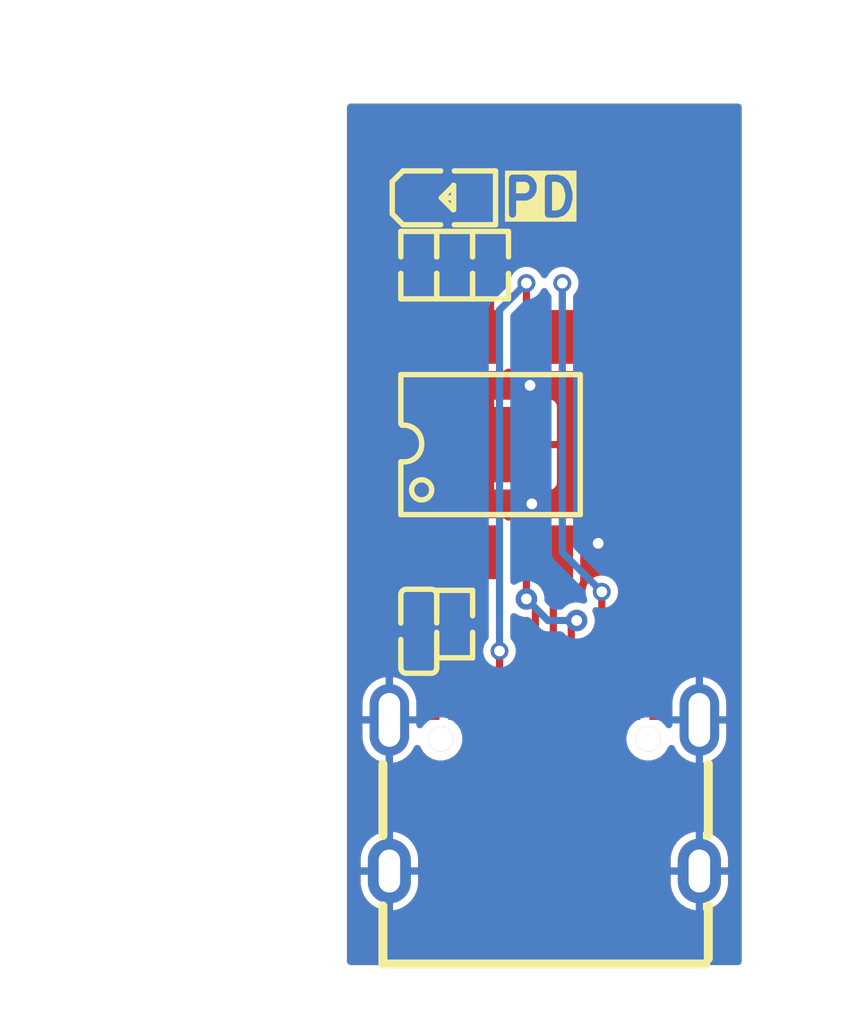
<source format=kicad_pcb>
(kicad_pcb (version 20241229) (generator "pcbnew") (generator_version "9.0")
  (layers (0 "F.Cu" signal) (2 "B.Cu" signal) (13 "F.Paste" user) (15 "B.Paste" user) (5 "F.SilkS" user "F.Silkscreen") (7 "B.SilkS" user "B.Silkscreen") (1 "F.Mask" user) (3 "B.Mask" user) (25 "Edge.Cuts" user))
  (net 0 "")
  (net 1 "pd_trigger.controller-line-1")
  (net 2 "pd_trigger.controller-line")
  (net 3 "pd_trigger-line-1")
  (net 4 "hv")
  (net 5 "pd_trigger-line")
  (net 6 "line-1")
  (net 7 "line-3")
  (net 8 "line-2")
  (net 9 "gnd")
  (net 10 "line-4")
  (net 11 "line-5")
  (net 12 "line")
  (net 13 "net")
  (net 14 "pd_trigger-gnd")
  (net 15 "anode")
  (net 16 "cathode")
  (footprint "UNI_ROYAL_0402WGF1002TCE:R0402" (layer "F.Cu") (at -2.5 -14.5 90)
    (property "Reference" "R4" (hide yes))
    (property "Value" "10kΩ ±1% 62.5mW")
    (fp_line (start 0.94 -0.5) (end 0.23 -0.5) (stroke (width 0.15)) (layer "F.SilkS"))
    (fp_line (start -0.94 -0.5) (end -0.23 -0.5) (stroke (width 0.15)) (layer "F.SilkS"))
    (fp_line (start 0.94 0.5) (end 0.94 -0.5) (stroke (width 0.15)) (layer "F.SilkS"))
    (fp_line (start 0.23 0.5) (end 0.94 0.5) (stroke (width 0.15)) (layer "F.SilkS"))
    (fp_line (start -0.23 0.5) (end -0.94 0.5) (stroke (width 0.15)) (layer "F.SilkS"))
    (fp_line (start -0.94 0.5) (end -0.94 -0.5) (stroke (width 0.15)) (layer "F.SilkS"))
    (pad "1" smd rect (at -0.43 0 90) (size 0.57 0.54) (layers "F.Cu" "F.Mask" "F.Paste") (net 5 "pd_trigger-line"))
    (pad "2" smd rect (at 0.43 0 90) (size 0.57 0.54) (layers "F.Cu" "F.Mask" "F.Paste") (net 9 "gnd"))
  )
  (footprint "UNI_ROYAL_0402WGF1002TCE:R0402" (layer "F.Cu") (at -3.5 -14.5 -90)
    (property "Reference" "R1" (hide yes))
    (property "Value" "10kΩ ±1% 62.5mW")
    (fp_line (start -0.94 0.5) (end -0.94 -0.5) (stroke (width 0.15)) (layer "F.SilkS"))
    (fp_line (start -0.23 0.5) (end -0.94 0.5) (stroke (width 0.15)) (layer "F.SilkS"))
    (fp_line (start 0.23 0.5) (end 0.94 0.5) (stroke (width 0.15)) (layer "F.SilkS"))
    (fp_line (start 0.94 0.5) (end 0.94 -0.5) (stroke (width 0.15)) (layer "F.SilkS"))
    (fp_line (start -0.94 -0.5) (end -0.23 -0.5) (stroke (width 0.15)) (layer "F.SilkS"))
    (fp_line (start 0.94 -0.5) (end 0.23 -0.5) (stroke (width 0.15)) (layer "F.SilkS"))
    (pad "1" smd rect (at -0.43 0 270) (size 0.57 0.54) (layers "F.Cu" "F.Mask" "F.Paste") (net 16 "cathode"))
    (pad "2" smd rect (at 0.43 0 270) (size 0.57 0.54) (layers "F.Cu" "F.Mask" "F.Paste") (net 14 "pd_trigger-gnd"))
  )
  (footprint "UNI_ROYAL_0402WGF1001TCE:R0402" (layer "F.Cu") (at -2.5 -4.5 90)
    (property "Reference" "R3" (hide yes))
    (property "Value" "1kΩ ±1% 62.5mW")
    (fp_line (start 0.94 -0.5) (end 0.23 -0.5) (stroke (width 0.15)) (layer "F.SilkS"))
    (fp_line (start -0.94 -0.5) (end -0.23 -0.5) (stroke (width 0.15)) (layer "F.SilkS"))
    (fp_line (start 0.94 0.5) (end 0.94 -0.5) (stroke (width 0.15)) (layer "F.SilkS"))
    (fp_line (start 0.23 0.5) (end 0.94 0.5) (stroke (width 0.15)) (layer "F.SilkS"))
    (fp_line (start -0.23 0.5) (end -0.94 0.5) (stroke (width 0.15)) (layer "F.SilkS"))
    (fp_line (start -0.94 0.5) (end -0.94 -0.5) (stroke (width 0.15)) (layer "F.SilkS"))
    (pad "1" smd rect (at -0.43 0 90) (size 0.57 0.54) (layers "F.Cu" "F.Mask" "F.Paste") (net 15 "anode"))
    (pad "2" smd rect (at 0.43 0 90) (size 0.57 0.54) (layers "F.Cu" "F.Mask" "F.Paste") (net 4 "hv"))
  )
  (footprint "Samsung_Electro_Mechanics_CL05A105KA5NQNC:C0402" (layer "F.Cu") (at -3.5 -4.3 -90)
    (property "Reference" "C1" (hide yes))
    (property "Value" "1µF ±10% 25V X5R")
    (fp_line (start -0.23 0.5) (end -1.02 0.5) (stroke (width 0.15)) (layer "F.SilkS"))
    (fp_line (start 0.23 0.5) (end 1.02 0.5) (stroke (width 0.15)) (layer "F.SilkS"))
    (fp_line (start -1.17 0.35) (end -1.17 -0.35) (stroke (width 0.15)) (layer "F.SilkS"))
    (fp_line (start 1.17 0.35) (end 1.17 -0.35) (stroke (width 0.15)) (layer "F.SilkS"))
    (fp_line (start -1.02 -0.5) (end -0.23 -0.5) (stroke (width 0.15)) (layer "F.SilkS"))
    (fp_line (start 1.02 -0.5) (end 0.23 -0.5) (stroke (width 0.15)) (layer "F.SilkS"))
    (fp_arc (start -1.02 0.5) (mid -1.126066 0.456066) (end -1.17 0.35) (stroke (width 0.15)) (layer "F.SilkS"))
    (fp_arc (start 1.17 0.35) (mid 1.126066 0.456066) (end 1.02 0.5) (stroke (width 0.15)) (layer "F.SilkS"))
    (fp_arc (start -1.17 -0.35) (mid -1.126066 -0.456066) (end -1.02 -0.5) (stroke (width 0.15)) (layer "F.SilkS"))
    (fp_arc (start 1.02 -0.5) (mid 1.126066 -0.456066) (end 1.17 -0.35) (stroke (width 0.15)) (layer "F.SilkS"))
    (pad "1" smd rect (at -0.55 0 270) (size 0.79 0.54) (layers "F.Cu" "F.Mask" "F.Paste") (net 4 "hv"))
    (pad "2" smd rect (at 0.55 0 270) (size 0.79 0.54) (layers "F.Cu" "F.Mask" "F.Paste") (net 9 "gnd"))
  )
  (footprint "Hubei_KENTO_Elec_Blue_light_0603:LED0603-RD" (layer "F.Cu") (at -2.75 -16.375 0)
    (property "Reference" "LED1" (hide yes))
    (property "Value" "")
    (fp_line (start -1.49 -0.45) (end -1.19 -0.75) (stroke (width 0.15)) (layer "F.SilkS"))
    (fp_line (start -1.49 -0.35) (end -1.49 -0.45) (stroke (width 0.15)) (layer "F.SilkS"))
    (fp_line (start -1.49 -0.35) (end -1.49 0.35) (stroke (width 0.15)) (layer "F.SilkS"))
    (fp_line (start -1.49 0.35) (end -1.49 0.45) (stroke (width 0.15)) (layer "F.SilkS"))
    (fp_line (start -1.49 0.45) (end -1.19 0.75) (stroke (width 0.15)) (layer "F.SilkS"))
    (fp_line (start -0.14 -0.75) (end -1.19 -0.75) (stroke (width 0.15)) (layer "F.SilkS"))
    (fp_line (start -0.14 0.75) (end -1.19 0.75) (stroke (width 0.15)) (layer "F.SilkS"))
    (fp_line (start 0.21 0.33) (end -0.12 0) (stroke (width 0.15)) (layer "F.SilkS"))
    (fp_line (start 0.22 -0.35) (end 0.22 -0.34) (stroke (width 0.15)) (layer "F.SilkS"))
    (fp_line (start 0.22 -0.35) (end 0.22 0.33) (stroke (width 0.15)) (layer "F.SilkS"))
    (fp_line (start 0.22 -0.34) (end -0.12 0) (stroke (width 0.15)) (layer "F.SilkS"))
    (fp_line (start 0.22 0) (end -0.12 0) (stroke (width 0.15)) (layer "F.SilkS"))
    (fp_line (start 0.22 0.33) (end 0.21 0.33) (stroke (width 0.15)) (layer "F.SilkS"))
    (fp_line (start 0.24 -0.75) (end 1.39 -0.75) (stroke (width 0.15)) (layer "F.SilkS"))
    (fp_line (start 0.24 0.75) (end 1.39 0.75) (stroke (width 0.15)) (layer "F.SilkS"))
    (fp_line (start 1.39 -0.75) (end 1.39 0.73) (stroke (width 0.15)) (layer "F.SilkS"))
    (pad "1" smd rect (at -0.8 0 90) (size 0.8 0.8) (layers "F.Cu" "F.Mask" "F.Paste") (net 16 "cathode"))
    (pad "2" smd rect (at 0.8 0 90) (size 0.8 0.8) (layers "F.Cu" "F.Mask" "F.Paste") (net 15 "anode"))
  )
  (footprint "WCH_CH224K:ESSOP-10_L4.9-W3.9-P1.0-LS6.0-TL-EP" (layer "F.Cu") (at -1.5 -9.5 0)
    (property "Reference" "U1" (hide yes))
    (property "Value" "")
    (fp_line (start -2.5 -1.95) (end 2.5 -1.95) (stroke (width 0.15)) (layer "F.SilkS"))
    (fp_line (start -2.5 -0.82) (end -2.5 -1.95) (stroke (width 0.15)) (layer "F.SilkS"))
    (fp_line (start -2.5 -0.58) (end -2.5 -0.82) (stroke (width 0.15)) (layer "F.SilkS"))
    (fp_line (start -2.5 0.48) (end -2.4 0.48) (stroke (width 0.15)) (layer "F.SilkS"))
    (fp_line (start -2.5 1.95) (end -2.5 0.48) (stroke (width 0.15)) (layer "F.SilkS"))
    (fp_line (start -2.5 1.95) (end 2.5 1.95) (stroke (width 0.15)) (layer "F.SilkS"))
    (fp_line (start -2.46 -0.54) (end -2.5 -0.58) (stroke (width 0.15)) (layer "F.SilkS"))
    (fp_line (start 2.5 1.95) (end 2.5 -1.95) (stroke (width 0.15)) (layer "F.SilkS"))
    (fp_arc (start -2.46 -0.54) (mid -2.063982 -0.393343) (end -1.920316 0.00377) (stroke (width 0.15)) (layer "F.SilkS"))
    (fp_arc (start -1.92 0) (mid -2.060589 0.339411) (end -2.4 0.48) (stroke (width 0.15)) (layer "F.SilkS"))
    (fp_circle (center -1.92 1.26) (end -1.64 1.26) (stroke (width 0.15)) (fill no) (layer "F.SilkS"))
    (pad "1" smd rect (at -2 3 90) (size 1.5 0.6) (layers "F.Cu" "F.Mask" "F.Paste") (net 4 "hv"))
    (pad "2" smd rect (at -1 3 90) (size 1.5 0.6) (layers "F.Cu" "F.Mask" "F.Paste") (net 2 "pd_trigger.controller-line"))
    (pad "3" smd rect (at 0 3 90) (size 1.5 0.6) (layers "F.Cu" "F.Mask" "F.Paste") (net 1 "pd_trigger.controller-line-1"))
    (pad "4" smd rect (at 1 3 90) (size 1.5 0.6) (layers "F.Cu" "F.Mask" "F.Paste") (net 11 "line-5"))
    (pad "5" smd rect (at 2 3 90) (size 1.5 0.6) (layers "F.Cu" "F.Mask" "F.Paste") (net 10 "line-4"))
    (pad "6" smd rect (at 2 -3 90) (size 1.5 0.6) (layers "F.Cu" "F.Mask" "F.Paste") (net 6 "line-1"))
    (pad "7" smd rect (at 1 -3 90) (size 1.5 0.6) (layers "F.Cu" "F.Mask" "F.Paste") (net 12 "line"))
    (pad "8" smd rect (at 0 -3 90) (size 1.5 0.6) (layers "F.Cu" "F.Mask" "F.Paste") (net 3 "pd_trigger-line-1"))
    (pad "9" smd rect (at -1 -3 90) (size 1.5 0.6) (layers "F.Cu" "F.Mask" "F.Paste") (net 5 "pd_trigger-line"))
    (pad "10" smd rect (at -2 -3 90) (size 1.5 0.6) (layers "F.Cu" "F.Mask" "F.Paste") (net 14 "pd_trigger-gnd"))
    (pad "11" smd rect (at 0 0 180) (size 3.3 2.1) (layers "F.Cu" "F.Mask" "F.Paste") (net 9 "gnd"))
  )
  (footprint "SHOU_HAN_TYPE_C_16PIN_2MD_073:USB-C-SMD_TYPE-C-6PIN-2MD-073" (layer "F.Cu") (at 0 0 0)
    (property "Reference" "X1" (hide yes))
    (property "Value" "")
    (fp_line (start -4.5 1.39) (end -4.5 -0.6) (stroke (width 0.25)) (layer "F.SilkS"))
    (fp_line (start -4.5 4.97) (end -4.5 3.35) (stroke (width 0.25)) (layer "F.SilkS"))
    (fp_line (start 4.5 4.97) (end -4.5 4.97) (stroke (width 0.25)) (layer "F.SilkS"))
    (fp_line (start 4.57 1.39) (end 4.57 -0.6) (stroke (width 0.25)) (layer "F.SilkS"))
    (fp_line (start 4.57 4.82) (end 4.57 3.35) (stroke (width 0.25)) (layer "F.SilkS"))
    (pad "" thru_hole circle (at -2.89 -1.3 0) (size 0.7 0.7) (drill 0.7) (layers "*.Cu" "*.Mask") (net 13 "net"))
    (pad "" thru_hole circle (at 2.89 -1.3 0) (size 0.7 0.7) (drill 0.7) (layers "*.Cu" "*.Mask") (net 13 "net"))
    (pad "1" smd rect (at -3.2 -2.38 0) (size 0.55 1.1) (layers "F.Cu" "F.Mask" "F.Paste") (net 9 "gnd"))
    (pad "2" smd rect (at -2.4 -2.38 0) (size 0.55 1.1) (layers "F.Cu" "F.Mask" "F.Paste") (net 15 "anode"))
    (pad "3" smd rect (at -1.75 -2.38 0) (size 0.3 1.1) (layers "F.Cu" "F.Mask" "F.Paste") (net 7 "line-3"))
    (pad "4" smd rect (at -1.25 -2.38 0) (size 0.3 1.1) (layers "F.Cu" "F.Mask" "F.Paste") (net 12 "line"))
    (pad "5" smd rect (at -0.75 -2.38 0) (size 0.3 1.1) (layers "F.Cu" "F.Mask" "F.Paste") (net 10 "line-4"))
    (pad "6" smd rect (at -0.25 -2.38 0) (size 0.3 1.1) (layers "F.Cu" "F.Mask" "F.Paste") (net 11 "line-5"))
    (pad "7" smd rect (at 0.25 -2.38 0) (size 0.3 1.1) (layers "F.Cu" "F.Mask" "F.Paste") (net 10 "line-4"))
    (pad "8" smd rect (at 0.75 -2.38 0) (size 0.3 1.1) (layers "F.Cu" "F.Mask" "F.Paste") (net 11 "line-5"))
    (pad "9" smd rect (at 1.25 -2.38 0) (size 0.3 1.1) (layers "F.Cu" "F.Mask" "F.Paste") (net 8 "line-2"))
    (pad "10" smd rect (at 1.75 -2.38 0) (size 0.3 1.1) (layers "F.Cu" "F.Mask" "F.Paste") (net 6 "line-1"))
    (pad "11" smd rect (at 2.4 -2.38 0) (size 0.55 1.1) (layers "F.Cu" "F.Mask" "F.Paste") (net 15 "anode"))
    (pad "12" smd rect (at 3.2 -2.38 0) (size 0.55 1.1) (layers "F.Cu" "F.Mask" "F.Paste") (net 9 "gnd"))
    (pad "13" thru_hole oval (at -4.32 -1.83 0) (size 1.1 2) (drill oval 0.599999 1.499997) (layers "*.Cu" "*.Mask") (net 9 "gnd"))
    (pad "13" thru_hole oval (at -4.32 2.38 0) (size 1.2 1.8) (drill oval 0.599999 1.199998) (layers "*.Cu" "*.Mask") (net 9 "gnd"))
    (pad "14" thru_hole oval (at 4.32 -1.83 0) (size 1.1 2) (drill oval 0.599999 1.500022) (layers "*.Cu" "*.Mask") (net 9 "gnd"))
    (pad "14" thru_hole oval (at 4.32 2.38 0) (size 1.2 1.8) (drill oval 0.599999 1.199998) (layers "*.Cu" "*.Mask") (net 9 "gnd"))
  )
  (footprint "UNI_ROYAL_0402WGF1002TCE:R0402" (layer "F.Cu") (at -1.5 -14.5 -90)
    (property "Reference" "R2" (hide yes))
    (property "Value" "10kΩ ±1% 62.5mW")
    (fp_line (start -0.94 0.5) (end -0.94 -0.5) (stroke (width 0.15)) (layer "F.SilkS"))
    (fp_line (start -0.23 0.5) (end -0.94 0.5) (stroke (width 0.15)) (layer "F.SilkS"))
    (fp_line (start 0.23 0.5) (end 0.94 0.5) (stroke (width 0.15)) (layer "F.SilkS"))
    (fp_line (start 0.94 0.5) (end 0.94 -0.5) (stroke (width 0.15)) (layer "F.SilkS"))
    (fp_line (start -0.94 -0.5) (end -0.23 -0.5) (stroke (width 0.15)) (layer "F.SilkS"))
    (fp_line (start 0.94 -0.5) (end 0.23 -0.5) (stroke (width 0.15)) (layer "F.SilkS"))
    (pad "1" smd rect (at -0.43 0 270) (size 0.57 0.54) (layers "F.Cu" "F.Mask" "F.Paste") (net 15 "anode"))
    (pad "2" smd rect (at 0.43 0 270) (size 0.57 0.54) (layers "F.Cu" "F.Mask" "F.Paste") (net 3 "pd_trigger-line-1"))
  )
  (via (at 0.5 -14) (size 0.5) (drill 0.3) (layers "F.Cu" "B.Cu") (net 6))
  (via (at 1.6 -5.4) (size 0.5) (drill 0.3) (layers "F.Cu" "B.Cu") (net 6))
  (via (at -0.4 -11.15) (size 0.5) (drill 0.3) (layers "F.Cu" "B.Cu") (net 9))
  (via (at 1.5 -6.75) (size 0.5) (drill 0.3) (layers "F.Cu" "B.Cu") (net 9))
  (via (at -0.35 -7.85) (size 0.5) (drill 0.3) (layers "F.Cu" "B.Cu") (net 9))
  (via (at -0.5 -5.2) (size 0.6) (drill 0.3) (layers "F.Cu" "B.Cu") (net 11))
  (via (at 0.9 -4.6) (size 0.6) (drill 0.3) (layers "F.Cu" "B.Cu") (net 11))
  (via (at -1.25 -3.75) (size 0.5) (drill 0.3) (layers "F.Cu" "B.Cu") (net 12))
  (via (at -0.5 -14) (size 0.5) (drill 0.3) (layers "F.Cu" "B.Cu") (net 12))
  (zone (net 9) (net_name "gnd") (layers "F.Cu" "B.Cu") (connect_pads (clearance 0.2)) (min_thickness 0.2) (fill yes (thermal_gap 0.2) (thermal_bridge_width 0.2))
    (polygon (pts (xy -5.5 5) (xy 5.5 5) (xy 5.5 -19) (xy -5.5 -19)))
  )
  (segment (start -1.5 -14.07) (end -1.5 -12.5) (width 0.2) (net 3) (layer "F.Cu"))
  (segment (start -3.42 -4.93) (end -3.5 -4.85) (width 0.2) (net 4) (layer "F.Cu"))
  (segment (start -3.5 -6.5) (end -3.5 -4.85) (width 0.2) (net 4) (layer "F.Cu"))
  (segment (start -2.5 -4.93) (end -3.42 -4.93) (width 0.2) (net 4) (layer "F.Cu"))
  (segment (start -2.5 -14.07) (end -2.5 -12.5) (width 0.2) (net 5) (layer "F.Cu"))
  (segment (start 1.75 -3.13) (end 1.6 -3.28) (width 0.2) (net 6) (layer "F.Cu"))
  (segment (start 0.5 -12.5) (end 0.5 -14) (width 0.2) (net 6) (layer "F.Cu"))
  (segment (start 1.75 -2.38) (end 1.75 -3.13) (width 0.2) (net 6) (layer "F.Cu"))
  (segment (start 1.6 -3.28) (end 1.6 -5.4) (width 0.2) (net 6) (layer "F.Cu"))
  (segment (start 1.6 -5.4) (end 0.5 -6.5) (width 0.2) (net 6) (layer "B.Cu"))
  (segment (start 0.5 -14) (end 0.5 -6.5) (width 0.2) (net 6) (layer "B.Cu"))
  (segment (start -3.2 -2.45) (end -3.75 -3) (width 0.2) (net 9) (layer "F.Cu"))
  (segment (start -3.5 -3.25) (end -3.25 -3) (width 0.2) (net 9) (layer "F.Cu"))
  (segment (start -3.25 -2.43) (end -3.25 -3) (width 0.2) (net 9) (layer "F.Cu"))
  (segment (start -3.5 -3.75) (end -3.5 -3.25) (width 0.2) (net 9) (layer "F.Cu"))
  (segment (start -3.2 -2.38) (end -3.25 -2.43) (width 0.2) (net 9) (layer "F.Cu"))
  (segment (start 0 -1.5) (end 0.25 -1.75) (width 0.2) (net 10) (layer "F.Cu"))
  (segment (start 0.5 -5.2) (end 0.5 -6.5) (width 0.2) (net 10) (layer "F.Cu"))
  (segment (start -0.75 -1.75) (end -0.5 -1.5) (width 0.2) (net 10) (layer "F.Cu"))
  (segment (start 0.25 -1.75) (end 0.25 -2.38) (width 0.2) (net 10) (layer "F.Cu"))
  (segment (start -0.75 -2.38) (end -0.75 -1.75) (width 0.2) (net 10) (layer "F.Cu"))
  (segment (start -0.5 -1.5) (end 0 -1.5) (width 0.2) (net 10) (layer "F.Cu"))
  (segment (start 0.25 -4.95) (end 0.5 -5.2) (width 0.2) (net 10) (layer "F.Cu"))
  (segment (start 0.25 -2.38) (end 0.25 -4.95) (width 0.2) (net 10) (layer "F.Cu"))
  (segment (start -0.5 -5.2) (end -0.5 -6.5) (width 0.2) (net 11) (layer "F.Cu"))
  (segment (start -0.25 -2.38) (end -0.25 -4.95) (width 0.2) (net 11) (layer "F.Cu"))
  (segment (start 0.75 -4.45) (end 0.9 -4.6) (width 0.2) (net 11) (layer "F.Cu"))
  (segment (start 0.75 -2.38) (end 0.75 -4.45) (width 0.2) (net 11) (layer "F.Cu"))
  (segment (start -0.25 -4.95) (end -0.5 -5.2) (width 0.2) (net 11) (layer "F.Cu"))
  (segment (start 0.9 -4.6) (end 0.1 -4.6) (width 0.2) (net 11) (layer "B.Cu"))
  (segment (start 0.1 -4.6) (end -0.5 -5.2) (width 0.2) (net 11) (layer "B.Cu"))
  (segment (start -0.5 -14) (end -0.5 -12.5) (width 0.2) (net 12) (layer "F.Cu"))
  (segment (start -1.25 -2.38) (end -1.25 -3.75) (width 0.2) (net 12) (layer "F.Cu"))
  (segment (start -1.25 -13.25) (end -0.5 -14) (width 0.2) (net 12) (layer "B.Cu"))
  (segment (start -1.25 -3.75) (end -1.25 -13.25) (width 0.2) (net 12) (layer "B.Cu"))
  (segment (start -3.5 -14.07) (end -3.5 -12.5) (width 0.2) (net 14) (layer "F.Cu"))
  (segment (start -1.95 -16.375) (end -1.5 -15.925) (width 0.2) (net 15) (layer "F.Cu"))
  (segment (start -1.68164 -1.11836) (end -2.4 -1.836719) (width 0.25) (net 15) (layer "F.Cu"))
  (segment (start 2.4 -2.38) (end 2.4 -1.836719) (width 0.25) (net 15) (layer "F.Cu"))
  (segment (start -0.86328 -0.3) (end 0.86328 -0.3) (width 0.8) (net 15) (layer "F.Cu"))
  (segment (start 2.4 -2.38) (end 2.4 -3.4) (width 0.25) (net 15) (layer "F.Cu"))
  (segment (start 2.4 -15.75) (end 2.4 -16.85) (width 0.6) (net 15) (layer "F.Cu"))
  (segment (start -1.5 -15.75) (end 2.4 -15.75) (width 0.2) (net 15) (layer "F.Cu"))
  (segment (start 2.4 -3.4) (end 2.4 -15.75) (width 0.6) (net 15) (layer "F.Cu"))
  (segment (start 2.4 -1.836719) (end 1.68164 -1.11836) (width 0.25) (net 15) (layer "F.Cu"))
  (segment (start -2.4 -1.836719) (end -2.4 -2.38) (width 0.25) (net 15) (layer "F.Cu"))
  (segment (start 1.363281 -0.800001) (end 0.86328 -0.3) (width 0.8) (net 15) (layer "F.Cu"))
  (segment (start -1.5 -15.75) (end -1.5 -15.625) (width 0.2) (net 15) (layer "F.Cu"))
  (segment (start -2.5 -4.07) (end -2.5 -2.48) (width 0.2) (net 15) (layer "F.Cu"))
  (segment (start -1.5 -15.925) (end -1.5 -15.75) (width 0.2) (net 15) (layer "F.Cu"))
  (segment (start -1.68164 -1.11836) (end -0.86328 -0.3) (width 0.8) (net 15) (layer "F.Cu"))
  (segment (start -1.5 -15.625) (end -1.5 -14.93) (width 0.2) (net 15) (layer "F.Cu"))
  (segment (start -2.5 -2.48) (end -2.4 -2.38) (width 0.2) (net 15) (layer "F.Cu"))
  (segment (start 1.363281 -0.800001) (end 1.68164 -1.11836) (width 0.8) (net 15) (layer "F.Cu"))
  (segment (start -3.5 -16.325) (end -3.55 -16.375) (width 0.2) (net 16) (layer "F.Cu"))
  (segment (start -3.5 -14.93) (end -3.5 -16.325) (width 0.2) (net 16) (layer "F.Cu"))
  (gr_text "PD" (at -0.125 -16.375 0) (layer "F.SilkS" knockout) (effects (font (size 1 1) (thickness 0.2))))
)
</source>
